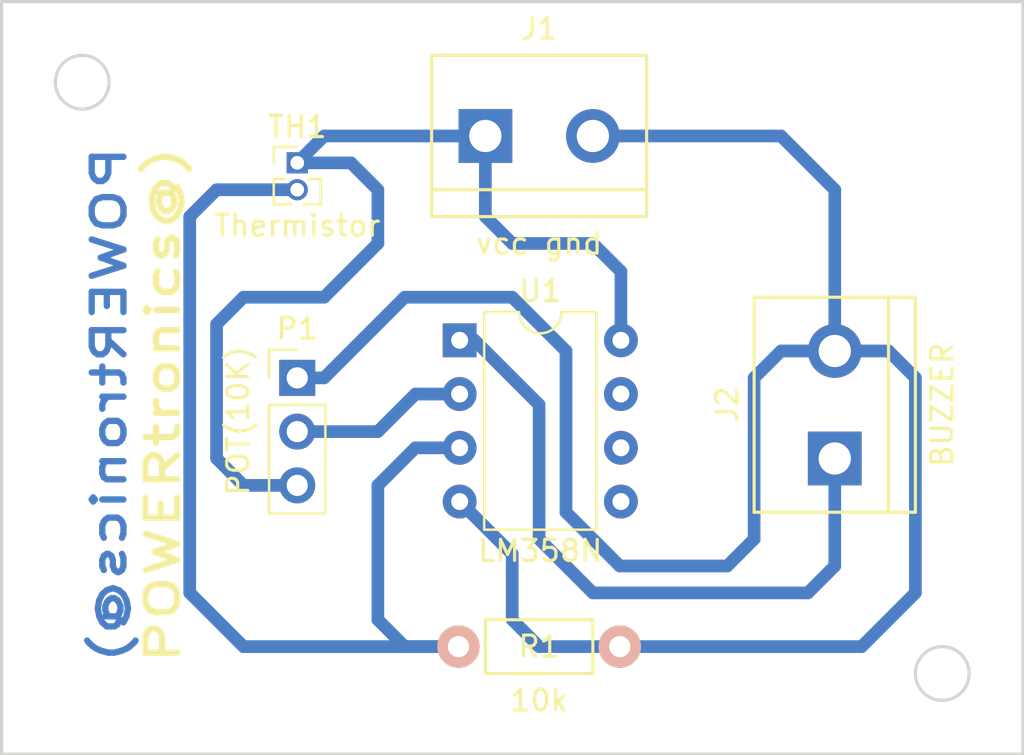
<source format=kicad_pcb>
(kicad_pcb (version 4) (host pcbnew 4.0.5)

  (general
    (links 11)
    (no_connects 0)
    (area 137.084999 83.744999 185.495001 119.455001)
    (thickness 1.6)
    (drawings 9)
    (tracks 59)
    (zones 0)
    (modules 6)
    (nets 6)
  )

  (page A4)
  (layers
    (0 F.Cu signal)
    (31 B.Cu signal)
    (32 B.Adhes user)
    (33 F.Adhes user)
    (34 B.Paste user)
    (35 F.Paste user)
    (36 B.SilkS user)
    (37 F.SilkS user)
    (38 B.Mask user)
    (39 F.Mask user)
    (40 Dwgs.User user)
    (41 Cmts.User user)
    (42 Eco1.User user)
    (43 Eco2.User user)
    (44 Edge.Cuts user)
    (45 Margin user)
    (46 B.CrtYd user)
    (47 F.CrtYd user)
    (48 B.Fab user)
    (49 F.Fab user)
  )

  (setup
    (last_trace_width 0.25)
    (user_trace_width 0.4)
    (user_trace_width 0.6)
    (user_trace_width 0.8)
    (user_trace_width 1)
    (user_trace_width 1.2)
    (trace_clearance 0.2)
    (zone_clearance 0.508)
    (zone_45_only no)
    (trace_min 0.2)
    (segment_width 0.2)
    (edge_width 0.15)
    (via_size 0.6)
    (via_drill 0.4)
    (via_min_size 0.4)
    (via_min_drill 0.3)
    (uvia_size 0.3)
    (uvia_drill 0.1)
    (uvias_allowed no)
    (uvia_min_size 0.2)
    (uvia_min_drill 0.1)
    (pcb_text_width 0.3)
    (pcb_text_size 1.5 1.5)
    (mod_edge_width 0.15)
    (mod_text_size 1 1)
    (mod_text_width 0.15)
    (pad_size 1.524 1.524)
    (pad_drill 0.762)
    (pad_to_mask_clearance 0.2)
    (aux_axis_origin 0 0)
    (visible_elements 7FFFFFFF)
    (pcbplotparams
      (layerselection 0x00030_80000001)
      (usegerberextensions false)
      (excludeedgelayer true)
      (linewidth 0.100000)
      (plotframeref false)
      (viasonmask false)
      (mode 1)
      (useauxorigin false)
      (hpglpennumber 1)
      (hpglpenspeed 20)
      (hpglpendiameter 15)
      (hpglpenoverlay 2)
      (psnegative false)
      (psa4output false)
      (plotreference true)
      (plotvalue true)
      (plotinvisibletext false)
      (padsonsilk false)
      (subtractmaskfromsilk false)
      (outputformat 1)
      (mirror false)
      (drillshape 0)
      (scaleselection 1)
      (outputdirectory C:/Users/Meena/Desktop/PCB/))
  )

  (net 0 "")
  (net 1 "Net-(J1-Pad1)")
  (net 2 "Net-(J1-Pad2)")
  (net 3 "Net-(J2-Pad1)")
  (net 4 "Net-(P1-Pad2)")
  (net 5 "Net-(R1-Pad1)")

  (net_class Default "This is the default net class."
    (clearance 0.2)
    (trace_width 0.25)
    (via_dia 0.6)
    (via_drill 0.4)
    (uvia_dia 0.3)
    (uvia_drill 0.1)
    (add_net "Net-(J1-Pad1)")
    (add_net "Net-(J1-Pad2)")
    (add_net "Net-(J2-Pad1)")
    (add_net "Net-(P1-Pad2)")
    (add_net "Net-(R1-Pad1)")
  )

  (module Connect:bornier2 (layer F.Cu) (tedit 5EABC102) (tstamp 5E8C8777)
    (at 162.56 90.17)
    (descr "Bornier d'alimentation 2 pins")
    (tags DEV)
    (path /5E8C7EE3)
    (fp_text reference J1 (at 0 -5.08) (layer F.SilkS)
      (effects (font (size 1 1) (thickness 0.15)))
    )
    (fp_text value "vcc gnd" (at 0 5.08) (layer F.SilkS)
      (effects (font (size 1 1) (thickness 0.15)))
    )
    (fp_line (start 5.08 2.54) (end -5.08 2.54) (layer F.SilkS) (width 0.15))
    (fp_line (start 5.08 3.81) (end 5.08 -3.81) (layer F.SilkS) (width 0.15))
    (fp_line (start 5.08 -3.81) (end -5.08 -3.81) (layer F.SilkS) (width 0.15))
    (fp_line (start -5.08 -3.81) (end -5.08 3.81) (layer F.SilkS) (width 0.15))
    (fp_line (start -5.08 3.81) (end 5.08 3.81) (layer F.SilkS) (width 0.15))
    (pad 1 thru_hole rect (at -2.54 0) (size 2.54 2.54) (drill 1.524) (layers *.Cu *.Mask)
      (net 1 "Net-(J1-Pad1)"))
    (pad 2 thru_hole circle (at 2.54 0) (size 2.54 2.54) (drill 1.524) (layers *.Cu *.Mask)
      (net 2 "Net-(J1-Pad2)"))
    (model Connect.3dshapes/bornier2.wrl
      (at (xyz 0 0 0))
      (scale (xyz 1 1 1))
      (rotate (xyz 0 0 0))
    )
  )

  (module Connect:bornier2 (layer F.Cu) (tedit 5EABC11C) (tstamp 5E8C8782)
    (at 176.53 102.87 90)
    (descr "Bornier d'alimentation 2 pins")
    (tags DEV)
    (path /5E8C7F13)
    (fp_text reference J2 (at 0 -5.08 90) (layer F.SilkS)
      (effects (font (size 1 1) (thickness 0.15)))
    )
    (fp_text value BUZZER (at 0 5.08 90) (layer F.SilkS)
      (effects (font (size 1 1) (thickness 0.15)))
    )
    (fp_line (start 5.08 2.54) (end -5.08 2.54) (layer F.SilkS) (width 0.15))
    (fp_line (start 5.08 3.81) (end 5.08 -3.81) (layer F.SilkS) (width 0.15))
    (fp_line (start 5.08 -3.81) (end -5.08 -3.81) (layer F.SilkS) (width 0.15))
    (fp_line (start -5.08 -3.81) (end -5.08 3.81) (layer F.SilkS) (width 0.15))
    (fp_line (start -5.08 3.81) (end 5.08 3.81) (layer F.SilkS) (width 0.15))
    (pad 1 thru_hole rect (at -2.54 0 90) (size 2.54 2.54) (drill 1.524) (layers *.Cu *.Mask)
      (net 3 "Net-(J2-Pad1)"))
    (pad 2 thru_hole circle (at 2.54 0 90) (size 2.54 2.54) (drill 1.524) (layers *.Cu *.Mask)
      (net 2 "Net-(J1-Pad2)"))
    (model Connect.3dshapes/bornier2.wrl
      (at (xyz 0 0 0))
      (scale (xyz 1 1 1))
      (rotate (xyz 0 0 0))
    )
  )

  (module Pin_Headers:Pin_Header_Straight_1x03_Pitch2.54mm (layer F.Cu) (tedit 5EABC134) (tstamp 5E8C8799)
    (at 151.13 101.6)
    (descr "Through hole straight pin header, 1x03, 2.54mm pitch, single row")
    (tags "Through hole pin header THT 1x03 2.54mm single row")
    (path /5E8C7E5D)
    (fp_text reference P1 (at 0 -2.33) (layer F.SilkS)
      (effects (font (size 1 1) (thickness 0.15)))
    )
    (fp_text value "POT(10K)" (at -2.794 2.032 90) (layer F.SilkS)
      (effects (font (size 1 1) (thickness 0.15)))
    )
    (fp_line (start -0.635 -1.27) (end 1.27 -1.27) (layer F.Fab) (width 0.1))
    (fp_line (start 1.27 -1.27) (end 1.27 6.35) (layer F.Fab) (width 0.1))
    (fp_line (start 1.27 6.35) (end -1.27 6.35) (layer F.Fab) (width 0.1))
    (fp_line (start -1.27 6.35) (end -1.27 -0.635) (layer F.Fab) (width 0.1))
    (fp_line (start -1.27 -0.635) (end -0.635 -1.27) (layer F.Fab) (width 0.1))
    (fp_line (start -1.33 6.41) (end 1.33 6.41) (layer F.SilkS) (width 0.12))
    (fp_line (start -1.33 1.27) (end -1.33 6.41) (layer F.SilkS) (width 0.12))
    (fp_line (start 1.33 1.27) (end 1.33 6.41) (layer F.SilkS) (width 0.12))
    (fp_line (start -1.33 1.27) (end 1.33 1.27) (layer F.SilkS) (width 0.12))
    (fp_line (start -1.33 0) (end -1.33 -1.33) (layer F.SilkS) (width 0.12))
    (fp_line (start -1.33 -1.33) (end 0 -1.33) (layer F.SilkS) (width 0.12))
    (fp_line (start -1.8 -1.8) (end -1.8 6.85) (layer F.CrtYd) (width 0.05))
    (fp_line (start -1.8 6.85) (end 1.8 6.85) (layer F.CrtYd) (width 0.05))
    (fp_line (start 1.8 6.85) (end 1.8 -1.8) (layer F.CrtYd) (width 0.05))
    (fp_line (start 1.8 -1.8) (end -1.8 -1.8) (layer F.CrtYd) (width 0.05))
    (fp_text user %R (at 0 2.54 90) (layer F.Fab)
      (effects (font (size 1 1) (thickness 0.15)))
    )
    (pad 1 thru_hole rect (at 0 0) (size 1.7 1.7) (drill 1) (layers *.Cu *.Mask)
      (net 2 "Net-(J1-Pad2)"))
    (pad 2 thru_hole oval (at 0 2.54) (size 1.7 1.7) (drill 1) (layers *.Cu *.Mask)
      (net 4 "Net-(P1-Pad2)"))
    (pad 3 thru_hole oval (at 0 5.08) (size 1.7 1.7) (drill 1) (layers *.Cu *.Mask)
      (net 1 "Net-(J1-Pad1)"))
    (model ${KISYS3DMOD}/Pin_Headers.3dshapes/Pin_Header_Straight_1x03_Pitch2.54mm.wrl
      (at (xyz 0 0 0))
      (scale (xyz 1 1 1))
      (rotate (xyz 0 0 0))
    )
  )

  (module Resistors_ThroughHole:Resistor_Horizontal_RM7mm (layer F.Cu) (tedit 5EABC143) (tstamp 5E8C87A7)
    (at 158.75 114.3)
    (descr "Resistor, Axial,  RM 7.62mm, 1/3W,")
    (tags "Resistor Axial RM 7.62mm 1/3W R3")
    (path /5E8C7E1E)
    (fp_text reference R1 (at 3.81 0) (layer F.SilkS)
      (effects (font (size 1 1) (thickness 0.15)))
    )
    (fp_text value 10k (at 3.81 2.54) (layer F.SilkS)
      (effects (font (size 1 1) (thickness 0.15)))
    )
    (fp_line (start -1.25 -1.5) (end 8.85 -1.5) (layer F.CrtYd) (width 0.05))
    (fp_line (start -1.25 1.5) (end -1.25 -1.5) (layer F.CrtYd) (width 0.05))
    (fp_line (start 8.85 -1.5) (end 8.85 1.5) (layer F.CrtYd) (width 0.05))
    (fp_line (start -1.25 1.5) (end 8.85 1.5) (layer F.CrtYd) (width 0.05))
    (fp_line (start 1.27 -1.27) (end 6.35 -1.27) (layer F.SilkS) (width 0.15))
    (fp_line (start 6.35 -1.27) (end 6.35 1.27) (layer F.SilkS) (width 0.15))
    (fp_line (start 6.35 1.27) (end 1.27 1.27) (layer F.SilkS) (width 0.15))
    (fp_line (start 1.27 1.27) (end 1.27 -1.27) (layer F.SilkS) (width 0.15))
    (pad 1 thru_hole circle (at 0 0) (size 1.99898 1.99898) (drill 1.00076) (layers *.Cu *.SilkS *.Mask)
      (net 5 "Net-(R1-Pad1)"))
    (pad 2 thru_hole circle (at 7.62 0) (size 1.99898 1.99898) (drill 1.00076) (layers *.Cu *.SilkS *.Mask)
      (net 2 "Net-(J1-Pad2)"))
  )

  (module Pin_Headers:Pin_Header_Straight_1x02_Pitch1.27mm (layer F.Cu) (tedit 5EABC0E0) (tstamp 5E8C87BF)
    (at 151.13 91.44)
    (descr "Through hole straight pin header, 1x02, 1.27mm pitch, single row")
    (tags "Through hole pin header THT 1x02 1.27mm single row")
    (path /5E8C7E96)
    (fp_text reference TH1 (at 0 -1.695) (layer F.SilkS)
      (effects (font (size 1 1) (thickness 0.15)))
    )
    (fp_text value Thermistor (at 0 2.965) (layer F.SilkS)
      (effects (font (size 1 1) (thickness 0.15)))
    )
    (fp_line (start -0.525 -0.635) (end 1.05 -0.635) (layer F.Fab) (width 0.1))
    (fp_line (start 1.05 -0.635) (end 1.05 1.905) (layer F.Fab) (width 0.1))
    (fp_line (start 1.05 1.905) (end -1.05 1.905) (layer F.Fab) (width 0.1))
    (fp_line (start -1.05 1.905) (end -1.05 -0.11) (layer F.Fab) (width 0.1))
    (fp_line (start -1.05 -0.11) (end -0.525 -0.635) (layer F.Fab) (width 0.1))
    (fp_line (start -1.11 1.965) (end -0.30753 1.965) (layer F.SilkS) (width 0.12))
    (fp_line (start 0.30753 1.965) (end 1.11 1.965) (layer F.SilkS) (width 0.12))
    (fp_line (start -1.11 0.76) (end -1.11 1.965) (layer F.SilkS) (width 0.12))
    (fp_line (start 1.11 0.76) (end 1.11 1.965) (layer F.SilkS) (width 0.12))
    (fp_line (start -1.11 0.76) (end -0.563471 0.76) (layer F.SilkS) (width 0.12))
    (fp_line (start 0.563471 0.76) (end 1.11 0.76) (layer F.SilkS) (width 0.12))
    (fp_line (start -1.11 0) (end -1.11 -0.76) (layer F.SilkS) (width 0.12))
    (fp_line (start -1.11 -0.76) (end 0 -0.76) (layer F.SilkS) (width 0.12))
    (fp_line (start -1.55 -1.15) (end -1.55 2.45) (layer F.CrtYd) (width 0.05))
    (fp_line (start -1.55 2.45) (end 1.55 2.45) (layer F.CrtYd) (width 0.05))
    (fp_line (start 1.55 2.45) (end 1.55 -1.15) (layer F.CrtYd) (width 0.05))
    (fp_line (start 1.55 -1.15) (end -1.55 -1.15) (layer F.CrtYd) (width 0.05))
    (fp_text user %R (at 0 0.635 90) (layer F.Fab)
      (effects (font (size 1 1) (thickness 0.15)))
    )
    (pad 1 thru_hole rect (at 0 0) (size 1 1) (drill 0.65) (layers *.Cu *.Mask)
      (net 1 "Net-(J1-Pad1)"))
    (pad 2 thru_hole oval (at 0 1.27) (size 1 1) (drill 0.65) (layers *.Cu *.Mask)
      (net 5 "Net-(R1-Pad1)"))
    (model ${KISYS3DMOD}/Pin_Headers.3dshapes/Pin_Header_Straight_1x02_Pitch1.27mm.wrl
      (at (xyz 0 0 0))
      (scale (xyz 1 1 1))
      (rotate (xyz 0 0 0))
    )
  )

  (module Housings_DIP:DIP-8_W7.62mm (layer F.Cu) (tedit 5EABC140) (tstamp 5E8C87DB)
    (at 158.805001 99.825)
    (descr "8-lead though-hole mounted DIP package, row spacing 7.62 mm (300 mils)")
    (tags "THT DIP DIL PDIP 2.54mm 7.62mm 300mil")
    (path /5E8C7DE0)
    (fp_text reference U1 (at 3.81 -2.33) (layer F.SilkS)
      (effects (font (size 1 1) (thickness 0.15)))
    )
    (fp_text value LM358N (at 3.81 9.95) (layer F.SilkS)
      (effects (font (size 1 1) (thickness 0.15)))
    )
    (fp_arc (start 3.81 -1.33) (end 2.81 -1.33) (angle -180) (layer F.SilkS) (width 0.12))
    (fp_line (start 1.635 -1.27) (end 6.985 -1.27) (layer F.Fab) (width 0.1))
    (fp_line (start 6.985 -1.27) (end 6.985 8.89) (layer F.Fab) (width 0.1))
    (fp_line (start 6.985 8.89) (end 0.635 8.89) (layer F.Fab) (width 0.1))
    (fp_line (start 0.635 8.89) (end 0.635 -0.27) (layer F.Fab) (width 0.1))
    (fp_line (start 0.635 -0.27) (end 1.635 -1.27) (layer F.Fab) (width 0.1))
    (fp_line (start 2.81 -1.33) (end 1.16 -1.33) (layer F.SilkS) (width 0.12))
    (fp_line (start 1.16 -1.33) (end 1.16 8.95) (layer F.SilkS) (width 0.12))
    (fp_line (start 1.16 8.95) (end 6.46 8.95) (layer F.SilkS) (width 0.12))
    (fp_line (start 6.46 8.95) (end 6.46 -1.33) (layer F.SilkS) (width 0.12))
    (fp_line (start 6.46 -1.33) (end 4.81 -1.33) (layer F.SilkS) (width 0.12))
    (fp_line (start -1.1 -1.55) (end -1.1 9.15) (layer F.CrtYd) (width 0.05))
    (fp_line (start -1.1 9.15) (end 8.7 9.15) (layer F.CrtYd) (width 0.05))
    (fp_line (start 8.7 9.15) (end 8.7 -1.55) (layer F.CrtYd) (width 0.05))
    (fp_line (start 8.7 -1.55) (end -1.1 -1.55) (layer F.CrtYd) (width 0.05))
    (fp_text user %R (at 3.81 3.81) (layer F.Fab)
      (effects (font (size 1 1) (thickness 0.15)))
    )
    (pad 1 thru_hole rect (at 0 0) (size 1.6 1.6) (drill 0.8) (layers *.Cu *.Mask)
      (net 3 "Net-(J2-Pad1)"))
    (pad 5 thru_hole oval (at 7.62 7.62) (size 1.6 1.6) (drill 0.8) (layers *.Cu *.Mask))
    (pad 2 thru_hole oval (at 0 2.54) (size 1.6 1.6) (drill 0.8) (layers *.Cu *.Mask)
      (net 4 "Net-(P1-Pad2)"))
    (pad 6 thru_hole oval (at 7.62 5.08) (size 1.6 1.6) (drill 0.8) (layers *.Cu *.Mask))
    (pad 3 thru_hole oval (at 0 5.08) (size 1.6 1.6) (drill 0.8) (layers *.Cu *.Mask)
      (net 5 "Net-(R1-Pad1)"))
    (pad 7 thru_hole oval (at 7.62 2.54) (size 1.6 1.6) (drill 0.8) (layers *.Cu *.Mask))
    (pad 4 thru_hole oval (at 0 7.62) (size 1.6 1.6) (drill 0.8) (layers *.Cu *.Mask)
      (net 2 "Net-(J1-Pad2)"))
    (pad 8 thru_hole oval (at 7.62 0) (size 1.6 1.6) (drill 0.8) (layers *.Cu *.Mask)
      (net 1 "Net-(J1-Pad1)"))
    (model ${KISYS3DMOD}/Housings_DIP.3dshapes/DIP-8_W7.62mm.wrl
      (at (xyz 0 0 0))
      (scale (xyz 1 1 1))
      (rotate (xyz 0 0 0))
    )
  )

  (gr_text "POWERtronics@)" (at 144.78 102.87 90) (layer F.SilkS)
    (effects (font (size 1.5 2) (thickness 0.3)))
  )
  (gr_line (start 137.16 83.82) (end 137.16 85.09) (angle 90) (layer Edge.Cuts) (width 0.15))
  (gr_line (start 185.42 83.82) (end 137.16 83.82) (angle 90) (layer Edge.Cuts) (width 0.15))
  (gr_line (start 185.42 119.38) (end 185.42 83.82) (angle 90) (layer Edge.Cuts) (width 0.15))
  (gr_line (start 137.16 119.38) (end 185.42 119.38) (angle 90) (layer Edge.Cuts) (width 0.15))
  (gr_line (start 137.16 85.09) (end 137.16 119.38) (angle 90) (layer Edge.Cuts) (width 0.15))
  (gr_circle (center 140.97 87.63) (end 139.7 87.63) (layer Edge.Cuts) (width 0.15))
  (gr_circle (center 181.61 115.57) (end 181.61 114.3) (layer Edge.Cuts) (width 0.15))
  (gr_text "POWERtronics@)" (at 142.24 102.87 90) (layer B.Cu)
    (effects (font (size 1.5 2) (thickness 0.3)) (justify mirror))
  )

  (segment (start 151.13 106.68) (end 148.59 106.68) (width 0.6) (layer B.Cu) (net 1))
  (segment (start 153.67 91.44) (end 151.13 91.44) (width 0.6) (layer B.Cu) (net 1) (tstamp 5E8C8908))
  (segment (start 154.94 92.71) (end 153.67 91.44) (width 0.6) (layer B.Cu) (net 1) (tstamp 5E8C8907))
  (segment (start 154.94 95.25) (end 154.94 92.71) (width 0.6) (layer B.Cu) (net 1) (tstamp 5E8C8906))
  (segment (start 152.4 97.79) (end 154.94 95.25) (width 0.6) (layer B.Cu) (net 1) (tstamp 5E8C8904))
  (segment (start 148.59 97.79) (end 152.4 97.79) (width 0.6) (layer B.Cu) (net 1) (tstamp 5E8C8903))
  (segment (start 147.32 99.06) (end 148.59 97.79) (width 0.6) (layer B.Cu) (net 1) (tstamp 5E8C8902))
  (segment (start 147.32 105.41) (end 147.32 99.06) (width 0.6) (layer B.Cu) (net 1) (tstamp 5E8C8901))
  (segment (start 148.59 106.68) (end 147.32 105.41) (width 0.6) (layer B.Cu) (net 1) (tstamp 5E8C8900))
  (segment (start 160.02 90.17) (end 160.02 93.98) (width 0.6) (layer B.Cu) (net 1))
  (segment (start 166.425001 96.575001) (end 166.425001 99.825) (width 0.6) (layer B.Cu) (net 1) (tstamp 5E8C88E8))
  (segment (start 165.1 95.25) (end 166.425001 96.575001) (width 0.6) (layer B.Cu) (net 1) (tstamp 5E8C88E7))
  (segment (start 161.29 95.25) (end 165.1 95.25) (width 0.6) (layer B.Cu) (net 1) (tstamp 5E8C88E6))
  (segment (start 160.02 93.98) (end 161.29 95.25) (width 0.6) (layer B.Cu) (net 1) (tstamp 5E8C88E5))
  (segment (start 151.13 91.44) (end 152.4 90.17) (width 0.6) (layer B.Cu) (net 1))
  (segment (start 152.4 90.17) (end 160.02 90.17) (width 0.6) (layer B.Cu) (net 1) (tstamp 5E8C88E2))
  (segment (start 151.13 101.6) (end 152.4 101.6) (width 0.6) (layer B.Cu) (net 2))
  (segment (start 173.99 100.33) (end 176.53 100.33) (width 0.6) (layer B.Cu) (net 2) (tstamp 5E8C894D))
  (segment (start 172.72 101.6) (end 173.99 100.33) (width 0.6) (layer B.Cu) (net 2) (tstamp 5E8C894C))
  (segment (start 172.72 109.22) (end 172.72 101.6) (width 0.6) (layer B.Cu) (net 2) (tstamp 5E8C894B))
  (segment (start 171.45 110.49) (end 172.72 109.22) (width 0.6) (layer B.Cu) (net 2) (tstamp 5E8C894A))
  (segment (start 166.37 110.49) (end 171.45 110.49) (width 0.6) (layer B.Cu) (net 2) (tstamp 5E8C8948))
  (segment (start 163.83 107.95) (end 166.37 110.49) (width 0.6) (layer B.Cu) (net 2) (tstamp 5E8C8946))
  (segment (start 163.83 100.33) (end 163.83 107.95) (width 0.6) (layer B.Cu) (net 2) (tstamp 5E8C8944))
  (segment (start 161.29 97.79) (end 163.83 100.33) (width 0.6) (layer B.Cu) (net 2) (tstamp 5E8C8942))
  (segment (start 156.21 97.79) (end 161.29 97.79) (width 0.6) (layer B.Cu) (net 2) (tstamp 5E8C8940))
  (segment (start 152.4 101.6) (end 156.21 97.79) (width 0.6) (layer B.Cu) (net 2) (tstamp 5E8C893F))
  (segment (start 166.37 114.3) (end 162.56 114.3) (width 0.6) (layer B.Cu) (net 2))
  (segment (start 161.29 109.929999) (end 158.805001 107.445) (width 0.6) (layer B.Cu) (net 2) (tstamp 5E8C8921))
  (segment (start 161.29 113.03) (end 161.29 109.929999) (width 0.6) (layer B.Cu) (net 2) (tstamp 5E8C8920))
  (segment (start 162.56 114.3) (end 161.29 113.03) (width 0.6) (layer B.Cu) (net 2) (tstamp 5E8C891F))
  (segment (start 166.37 114.3) (end 177.8 114.3) (width 0.6) (layer B.Cu) (net 2))
  (segment (start 179.07 100.33) (end 176.53 100.33) (width 0.6) (layer B.Cu) (net 2) (tstamp 5E8C8910))
  (segment (start 180.34 101.6) (end 179.07 100.33) (width 0.6) (layer B.Cu) (net 2) (tstamp 5E8C890F))
  (segment (start 180.34 111.76) (end 180.34 101.6) (width 0.6) (layer B.Cu) (net 2) (tstamp 5E8C890D))
  (segment (start 177.8 114.3) (end 180.34 111.76) (width 0.6) (layer B.Cu) (net 2) (tstamp 5E8C890C))
  (segment (start 165.1 90.17) (end 173.99 90.17) (width 0.6) (layer B.Cu) (net 2))
  (segment (start 173.99 90.17) (end 176.53 92.71) (width 0.6) (layer B.Cu) (net 2) (tstamp 5E8C88BC))
  (segment (start 176.53 92.71) (end 176.53 100.33) (width 0.6) (layer B.Cu) (net 2) (tstamp 5E8C88BD))
  (segment (start 158.805001 99.825) (end 159.515 99.825) (width 0.6) (layer B.Cu) (net 3))
  (segment (start 159.515 99.825) (end 162.56 102.87) (width 0.6) (layer B.Cu) (net 3) (tstamp 5E8C8925))
  (segment (start 162.56 102.87) (end 162.56 109.22) (width 0.6) (layer B.Cu) (net 3) (tstamp 5E8C8926))
  (segment (start 162.56 109.22) (end 165.1 111.76) (width 0.6) (layer B.Cu) (net 3) (tstamp 5E8C8928))
  (segment (start 165.1 111.76) (end 175.26 111.76) (width 0.6) (layer B.Cu) (net 3) (tstamp 5E8C892A))
  (segment (start 175.26 111.76) (end 176.53 110.49) (width 0.6) (layer B.Cu) (net 3) (tstamp 5E8C892C))
  (segment (start 176.53 110.49) (end 176.53 105.41) (width 0.6) (layer B.Cu) (net 3) (tstamp 5E8C892D))
  (segment (start 151.13 104.14) (end 154.94 104.14) (width 0.6) (layer B.Cu) (net 4))
  (segment (start 156.715 102.365) (end 158.805001 102.365) (width 0.6) (layer B.Cu) (net 4) (tstamp 5E8C88D0))
  (segment (start 154.94 104.14) (end 156.715 102.365) (width 0.6) (layer B.Cu) (net 4) (tstamp 5E8C88CF))
  (segment (start 151.13 92.71) (end 147.32 92.71) (width 0.6) (layer B.Cu) (net 5))
  (segment (start 148.59 114.3) (end 158.75 114.3) (width 0.6) (layer B.Cu) (net 5) (tstamp 5E8C88FC))
  (segment (start 146.05 111.76) (end 148.59 114.3) (width 0.6) (layer B.Cu) (net 5) (tstamp 5E8C88FA))
  (segment (start 146.05 93.98) (end 146.05 111.76) (width 0.6) (layer B.Cu) (net 5) (tstamp 5E8C88F9))
  (segment (start 147.32 92.71) (end 146.05 93.98) (width 0.6) (layer B.Cu) (net 5) (tstamp 5E8C88F7))
  (segment (start 158.805001 104.905) (end 156.715 104.905) (width 0.6) (layer B.Cu) (net 5))
  (segment (start 156.21 114.3) (end 158.75 114.3) (width 0.6) (layer B.Cu) (net 5) (tstamp 5E8C88D6))
  (segment (start 154.94 113.03) (end 156.21 114.3) (width 0.6) (layer B.Cu) (net 5) (tstamp 5E8C88D5))
  (segment (start 154.94 106.68) (end 154.94 113.03) (width 0.6) (layer B.Cu) (net 5) (tstamp 5E8C88D4))
  (segment (start 156.715 104.905) (end 154.94 106.68) (width 0.6) (layer B.Cu) (net 5) (tstamp 5E8C88D3))

  (zone (net 0) (net_name "") (layer B.Cu) (tstamp 5E8C8950) (hatch edge 0.508)
    (connect_pads (clearance 0.508))
    (min_thickness 0.254)
    (fill (arc_segments 16) (thermal_gap 0.508) (thermal_bridge_width 0.508))
    (polygon
      (pts
        (xy 138.43 85.09) (xy 138.43 118.11) (xy 184.15 118.11) (xy 184.15 85.09)
      )
    )
  )
)

</source>
